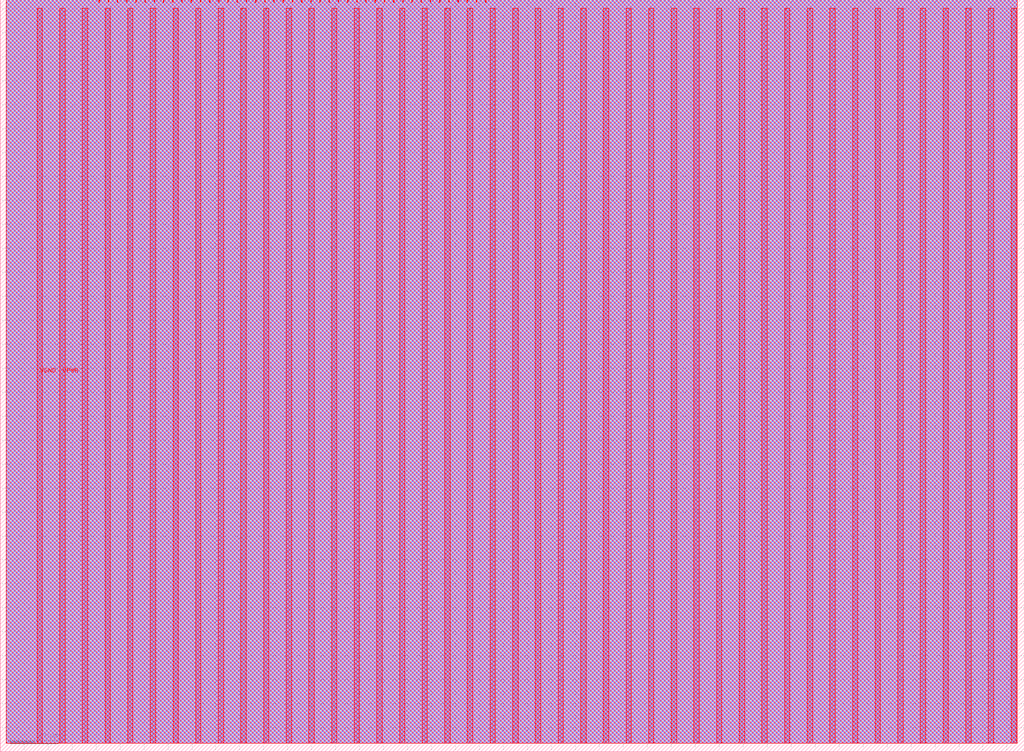
<source format=lef>
VERSION 5.8 ;
BUSBITCHARS "[]" ;
DIVIDERCHAR "/" ;
UNITS
    DATABASE MICRONS 1000 ;
END UNITS

VIA tt_um_urish_sram_test_via1_2_2200_440_1_5_410_410
  VIARULE via1Array ;
  CUTSIZE 0.19 0.19 ;
  LAYERS Metal1 Via1 Metal2 ;
  CUTSPACING 0.22 0.22 ;
  ENCLOSURE 0.01 0.125 0.05 0.005 ;
  ROWCOL 1 5 ;
END tt_um_urish_sram_test_via1_2_2200_440_1_5_410_410

VIA tt_um_urish_sram_test_via2_3_2200_440_1_5_410_410
  VIARULE via2Array ;
  CUTSIZE 0.19 0.19 ;
  LAYERS Metal2 Via2 Metal3 ;
  CUTSPACING 0.22 0.22 ;
  ENCLOSURE 0.05 0.005 0.005 0.05 ;
  ROWCOL 1 5 ;
END tt_um_urish_sram_test_via2_3_2200_440_1_5_410_410

VIA tt_um_urish_sram_test_via3_4_2200_440_1_5_410_410
  VIARULE via3Array ;
  CUTSIZE 0.19 0.19 ;
  LAYERS Metal3 Via3 Metal4 ;
  CUTSPACING 0.22 0.22 ;
  ENCLOSURE 0.005 0.05 0.05 0.005 ;
  ROWCOL 1 5 ;
END tt_um_urish_sram_test_via3_4_2200_440_1_5_410_410

VIA tt_um_urish_sram_test_via4_5_2200_440_1_5_410_410
  VIARULE via4Array ;
  CUTSIZE 0.19 0.19 ;
  LAYERS Metal4 Via4 Metal5 ;
  CUTSPACING 0.22 0.22 ;
  ENCLOSURE 0.05 0.005 0.185 0.05 ;
  ROWCOL 1 5 ;
END tt_um_urish_sram_test_via4_5_2200_440_1_5_410_410

VIA tt_um_urish_sram_test_via4_5_2200_2810_6_4_480_480
  VIARULE via4Array ;
  CUTSIZE 0.19 0.19 ;
  LAYERS Metal4 Via4 Metal5 ;
  CUTSPACING 0.29 0.29 ;
  ENCLOSURE 0.285 0.11 0.285 0.05 ;
  ROWCOL 6 4 ;
END tt_um_urish_sram_test_via4_5_2200_2810_6_4_480_480

MACRO tt_um_urish_sram_test
  FOREIGN tt_um_urish_sram_test 0 0 ;
  CLASS BLOCK ;
  SIZE 427.2 BY 313.74 ;
  PIN clk
    DIRECTION INPUT ;
    USE SIGNAL ;
    PORT
      LAYER Metal5 ;
        RECT  198.57 312.74 198.87 313.74 ;
    END
  END clk
  PIN ena
    DIRECTION INPUT ;
    USE SIGNAL ;
    PORT
      LAYER Metal5 ;
        RECT  202.41 312.74 202.71 313.74 ;
    END
  END ena
  PIN rst_n
    DIRECTION INPUT ;
    USE SIGNAL ;
    PORT
      LAYER Metal5 ;
        RECT  194.73 312.74 195.03 313.74 ;
    END
  END rst_n
  PIN ui_in[0]
    DIRECTION INPUT ;
    USE SIGNAL ;
    PORT
      LAYER Metal5 ;
        RECT  190.89 312.74 191.19 313.74 ;
    END
  END ui_in[0]
  PIN ui_in[1]
    DIRECTION INPUT ;
    USE SIGNAL ;
    PORT
      LAYER Metal5 ;
        RECT  187.05 312.74 187.35 313.74 ;
    END
  END ui_in[1]
  PIN ui_in[2]
    DIRECTION INPUT ;
    USE SIGNAL ;
    PORT
      LAYER Metal5 ;
        RECT  183.21 312.74 183.51 313.74 ;
    END
  END ui_in[2]
  PIN ui_in[3]
    DIRECTION INPUT ;
    USE SIGNAL ;
    PORT
      LAYER Metal5 ;
        RECT  179.37 312.74 179.67 313.74 ;
    END
  END ui_in[3]
  PIN ui_in[4]
    DIRECTION INPUT ;
    USE SIGNAL ;
    PORT
      LAYER Metal5 ;
        RECT  175.53 312.74 175.83 313.74 ;
    END
  END ui_in[4]
  PIN ui_in[5]
    DIRECTION INPUT ;
    USE SIGNAL ;
    PORT
      LAYER Metal5 ;
        RECT  171.69 312.74 171.99 313.74 ;
    END
  END ui_in[5]
  PIN ui_in[6]
    DIRECTION INPUT ;
    USE SIGNAL ;
    PORT
      LAYER Metal5 ;
        RECT  167.85 312.74 168.15 313.74 ;
    END
  END ui_in[6]
  PIN ui_in[7]
    DIRECTION INPUT ;
    USE SIGNAL ;
    PORT
      LAYER Metal5 ;
        RECT  164.01 312.74 164.31 313.74 ;
    END
  END ui_in[7]
  PIN uio_in[0]
    DIRECTION INPUT ;
    USE SIGNAL ;
    PORT
      LAYER Metal5 ;
        RECT  160.17 312.74 160.47 313.74 ;
    END
  END uio_in[0]
  PIN uio_in[1]
    DIRECTION INPUT ;
    USE SIGNAL ;
    PORT
      LAYER Metal5 ;
        RECT  156.33 312.74 156.63 313.74 ;
    END
  END uio_in[1]
  PIN uio_in[2]
    DIRECTION INPUT ;
    USE SIGNAL ;
    PORT
      LAYER Metal5 ;
        RECT  152.49 312.74 152.79 313.74 ;
    END
  END uio_in[2]
  PIN uio_in[3]
    DIRECTION INPUT ;
    USE SIGNAL ;
    PORT
      LAYER Metal5 ;
        RECT  148.65 312.74 148.95 313.74 ;
    END
  END uio_in[3]
  PIN uio_in[4]
    DIRECTION INPUT ;
    USE SIGNAL ;
    PORT
      LAYER Metal5 ;
        RECT  144.81 312.74 145.11 313.74 ;
    END
  END uio_in[4]
  PIN uio_in[5]
    DIRECTION INPUT ;
    USE SIGNAL ;
    PORT
      LAYER Metal5 ;
        RECT  140.97 312.74 141.27 313.74 ;
    END
  END uio_in[5]
  PIN uio_in[6]
    DIRECTION INPUT ;
    USE SIGNAL ;
    PORT
      LAYER Metal5 ;
        RECT  137.13 312.74 137.43 313.74 ;
    END
  END uio_in[6]
  PIN uio_in[7]
    DIRECTION INPUT ;
    USE SIGNAL ;
    PORT
      LAYER Metal5 ;
        RECT  133.29 312.74 133.59 313.74 ;
    END
  END uio_in[7]
  PIN uio_oe[0]
    DIRECTION OUTPUT ;
    USE SIGNAL ;
    PORT
      LAYER Metal5 ;
        RECT  68.01 312.74 68.31 313.74 ;
    END
  END uio_oe[0]
  PIN uio_oe[1]
    DIRECTION OUTPUT ;
    USE SIGNAL ;
    PORT
      LAYER Metal5 ;
        RECT  64.17 312.74 64.47 313.74 ;
    END
  END uio_oe[1]
  PIN uio_oe[2]
    DIRECTION OUTPUT ;
    USE SIGNAL ;
    PORT
      LAYER Metal5 ;
        RECT  60.33 312.74 60.63 313.74 ;
    END
  END uio_oe[2]
  PIN uio_oe[3]
    DIRECTION OUTPUT ;
    USE SIGNAL ;
    PORT
      LAYER Metal5 ;
        RECT  56.49 312.74 56.79 313.74 ;
    END
  END uio_oe[3]
  PIN uio_oe[4]
    DIRECTION OUTPUT ;
    USE SIGNAL ;
    PORT
      LAYER Metal5 ;
        RECT  52.65 312.74 52.95 313.74 ;
    END
  END uio_oe[4]
  PIN uio_oe[5]
    DIRECTION OUTPUT ;
    USE SIGNAL ;
    PORT
      LAYER Metal5 ;
        RECT  48.81 312.74 49.11 313.74 ;
    END
  END uio_oe[5]
  PIN uio_oe[6]
    DIRECTION OUTPUT ;
    USE SIGNAL ;
    PORT
      LAYER Metal5 ;
        RECT  44.97 312.74 45.27 313.74 ;
    END
  END uio_oe[6]
  PIN uio_oe[7]
    DIRECTION OUTPUT ;
    USE SIGNAL ;
    PORT
      LAYER Metal5 ;
        RECT  41.13 312.74 41.43 313.74 ;
    END
  END uio_oe[7]
  PIN uio_out[0]
    DIRECTION OUTPUT ;
    USE SIGNAL ;
    PORT
      LAYER Metal5 ;
        RECT  98.73 312.74 99.03 313.74 ;
    END
  END uio_out[0]
  PIN uio_out[1]
    DIRECTION OUTPUT ;
    USE SIGNAL ;
    PORT
      LAYER Metal5 ;
        RECT  94.89 312.74 95.19 313.74 ;
    END
  END uio_out[1]
  PIN uio_out[2]
    DIRECTION OUTPUT ;
    USE SIGNAL ;
    PORT
      LAYER Metal5 ;
        RECT  91.05 312.74 91.35 313.74 ;
    END
  END uio_out[2]
  PIN uio_out[3]
    DIRECTION OUTPUT ;
    USE SIGNAL ;
    PORT
      LAYER Metal5 ;
        RECT  87.21 312.74 87.51 313.74 ;
    END
  END uio_out[3]
  PIN uio_out[4]
    DIRECTION OUTPUT ;
    USE SIGNAL ;
    PORT
      LAYER Metal5 ;
        RECT  83.37 312.74 83.67 313.74 ;
    END
  END uio_out[4]
  PIN uio_out[5]
    DIRECTION OUTPUT ;
    USE SIGNAL ;
    PORT
      LAYER Metal5 ;
        RECT  79.53 312.74 79.83 313.74 ;
    END
  END uio_out[5]
  PIN uio_out[6]
    DIRECTION OUTPUT ;
    USE SIGNAL ;
    PORT
      LAYER Metal5 ;
        RECT  75.69 312.74 75.99 313.74 ;
    END
  END uio_out[6]
  PIN uio_out[7]
    DIRECTION OUTPUT ;
    USE SIGNAL ;
    PORT
      LAYER Metal5 ;
        RECT  71.85 312.74 72.15 313.74 ;
    END
  END uio_out[7]
  PIN uo_out[0]
    DIRECTION OUTPUT ;
    USE SIGNAL ;
    PORT
      LAYER Metal5 ;
        RECT  129.45 312.74 129.75 313.74 ;
    END
  END uo_out[0]
  PIN uo_out[1]
    DIRECTION OUTPUT ;
    USE SIGNAL ;
    PORT
      LAYER Metal5 ;
        RECT  125.61 312.74 125.91 313.74 ;
    END
  END uo_out[1]
  PIN uo_out[2]
    DIRECTION OUTPUT ;
    USE SIGNAL ;
    PORT
      LAYER Metal5 ;
        RECT  121.77 312.74 122.07 313.74 ;
    END
  END uo_out[2]
  PIN uo_out[3]
    DIRECTION OUTPUT ;
    USE SIGNAL ;
    PORT
      LAYER Metal5 ;
        RECT  117.93 312.74 118.23 313.74 ;
    END
  END uo_out[3]
  PIN uo_out[4]
    DIRECTION OUTPUT ;
    USE SIGNAL ;
    PORT
      LAYER Metal5 ;
        RECT  114.09 312.74 114.39 313.74 ;
    END
  END uo_out[4]
  PIN uo_out[5]
    DIRECTION OUTPUT ;
    USE SIGNAL ;
    PORT
      LAYER Metal5 ;
        RECT  110.25 312.74 110.55 313.74 ;
    END
  END uo_out[5]
  PIN uo_out[6]
    DIRECTION OUTPUT ;
    USE SIGNAL ;
    PORT
      LAYER Metal5 ;
        RECT  106.41 312.74 106.71 313.74 ;
    END
  END uo_out[6]
  PIN uo_out[7]
    DIRECTION OUTPUT ;
    USE SIGNAL ;
    PORT
      LAYER Metal5 ;
        RECT  102.57 312.74 102.87 313.74 ;
    END
  END uo_out[7]
  PIN VGND
    DIRECTION INOUT ;
    USE GROUND ;
    PORT
      LAYER Metal5 ;
        RECT  412.28 3.56 414.48 310.18 ;
        RECT  393.38 3.56 395.58 310.18 ;
        RECT  374.48 3.56 376.68 310.18 ;
        RECT  355.58 3.56 357.78 310.18 ;
        RECT  336.68 3.56 338.88 310.18 ;
        RECT  317.78 3.56 319.98 310.18 ;
        RECT  298.88 3.56 301.08 310.18 ;
        RECT  279.98 3.56 282.18 310.18 ;
        RECT  261.08 3.56 263.28 310.18 ;
        RECT  242.18 3.56 244.38 310.18 ;
        RECT  223.28 3.56 225.48 310.18 ;
        RECT  204.38 3.56 206.58 310.18 ;
        RECT  185.48 3.56 187.68 310.18 ;
        RECT  166.58 3.56 168.78 310.18 ;
        RECT  147.68 3.56 149.88 310.18 ;
        RECT  128.78 3.56 130.98 310.18 ;
        RECT  109.88 3.56 112.08 310.18 ;
        RECT  90.98 3.56 93.18 310.18 ;
        RECT  72.08 3.56 74.28 310.18 ;
        RECT  53.18 3.56 55.38 310.18 ;
        RECT  34.28 3.56 36.48 310.18 ;
        RECT  15.38 3.56 17.58 310.18 ;
    END
  END VGND
  PIN VPWR
    DIRECTION INOUT ;
    USE POWER ;
    PORT
      LAYER Metal5 ;
        RECT  421.73 3.56 423.93 310.18 ;
        RECT  402.83 3.56 405.03 310.18 ;
        RECT  383.93 3.56 386.13 310.18 ;
        RECT  365.03 3.56 367.23 310.18 ;
        RECT  346.13 3.56 348.33 310.18 ;
        RECT  327.23 3.56 329.43 310.18 ;
        RECT  308.33 3.56 310.53 310.18 ;
        RECT  289.43 3.56 291.63 310.18 ;
        RECT  270.53 3.56 272.73 310.18 ;
        RECT  251.63 3.56 253.83 310.18 ;
        RECT  232.73 3.56 234.93 310.18 ;
        RECT  213.83 3.56 216.03 310.18 ;
        RECT  194.93 3.56 197.13 310.18 ;
        RECT  176.03 3.56 178.23 310.18 ;
        RECT  157.13 3.56 159.33 310.18 ;
        RECT  138.23 3.56 140.43 310.18 ;
        RECT  119.33 3.56 121.53 310.18 ;
        RECT  100.43 3.56 102.63 310.18 ;
        RECT  81.53 3.56 83.73 310.18 ;
        RECT  62.63 3.56 64.83 310.18 ;
        RECT  43.73 3.56 45.93 310.18 ;
        RECT  24.83 3.56 27.03 310.18 ;
    END
  END VPWR
  OBS
    LAYER Metal1 ;
     RECT  2.605 3.56 424.32 313.74 ;
    LAYER Metal2 ;
     RECT  2.605 3.56 424.32 313.74 ;
    LAYER Metal3 ;
     RECT  2.605 3.56 424.32 313.74 ;
    LAYER Metal4 ;
     RECT  2.605 3.56 424.32 313.74 ;
    LAYER Metal5 ;
     RECT  2.605 3.56 424.32 313.74 ;
  END
END tt_um_urish_sram_test
END LIBRARY

</source>
